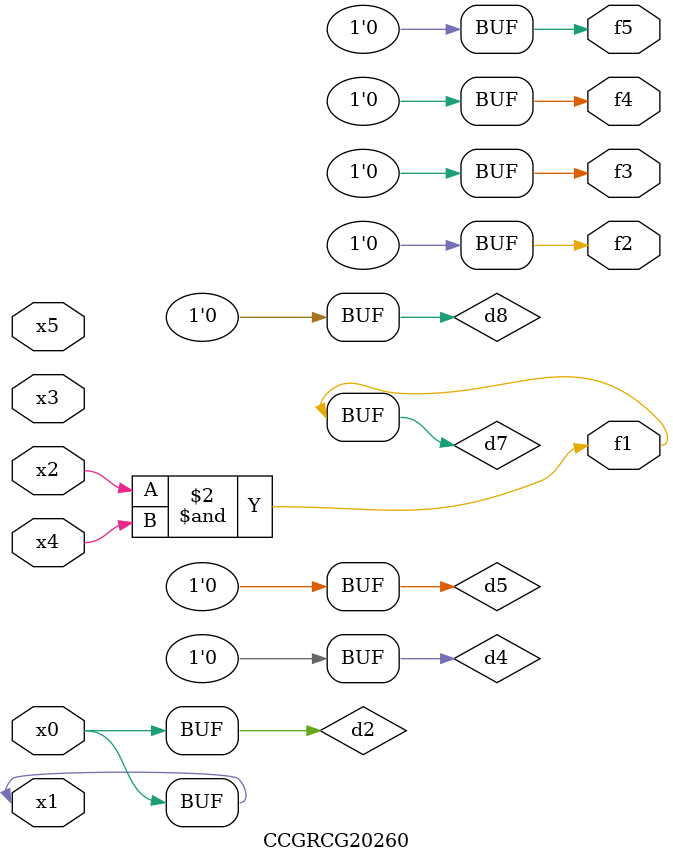
<source format=v>
module CCGRCG20260(
	input x0, x1, x2, x3, x4, x5,
	output f1, f2, f3, f4, f5
);

	wire d1, d2, d3, d4, d5, d6, d7, d8, d9;

	nand (d1, x1);
	buf (d2, x0, x1);
	nand (d3, x2, x4);
	and (d4, d1, d2);
	and (d5, d1, d2);
	nand (d6, d1, d3);
	not (d7, d3);
	xor (d8, d5);
	nor (d9, d5, d6);
	assign f1 = d7;
	assign f2 = d8;
	assign f3 = d8;
	assign f4 = d8;
	assign f5 = d8;
endmodule

</source>
